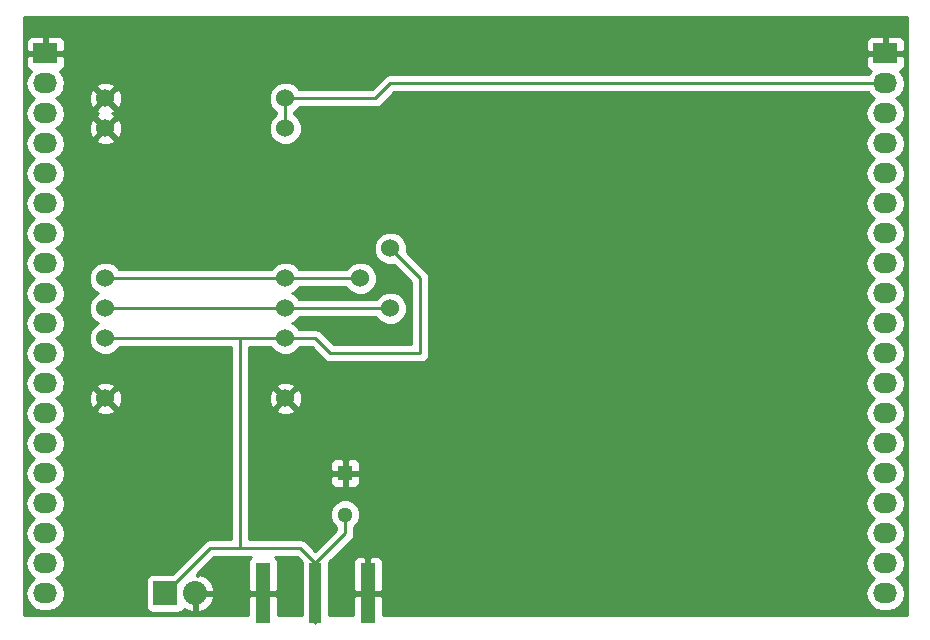
<source format=gbr>
G04 #@! TF.FileFunction,Copper,L1,Top,Signal*
%FSLAX46Y46*%
G04 Gerber Fmt 4.6, Leading zero omitted, Abs format (unit mm)*
G04 Created by KiCad (PCBNEW 4.0.3+e1-6302~38~ubuntu16.04.1-stable) date Fri Aug 26 17:08:26 2016*
%MOMM*%
%LPD*%
G01*
G04 APERTURE LIST*
%ADD10C,0.100000*%
%ADD11R,2.032000X2.032000*%
%ADD12O,2.032000X2.032000*%
%ADD13C,1.524000*%
%ADD14R,2.032000X1.727200*%
%ADD15O,2.032000X1.727200*%
%ADD16R,1.270000X5.080000*%
%ADD17R,1.016000X5.080000*%
%ADD18C,1.300000*%
%ADD19R,1.300000X1.300000*%
%ADD20C,0.250000*%
%ADD21C,0.254000*%
G04 APERTURE END LIST*
D10*
D11*
X69850000Y-100330000D03*
D12*
X72390000Y-100330000D03*
D13*
X86360000Y-73660000D03*
X88900000Y-71120000D03*
X88900000Y-76200000D03*
X64770000Y-58420000D03*
X64770000Y-60960000D03*
X64770000Y-73660000D03*
X64770000Y-76200000D03*
X64770000Y-78740000D03*
X64770000Y-83820000D03*
X80010000Y-83820000D03*
X80010000Y-78740000D03*
X80010000Y-76200000D03*
X80010000Y-73660000D03*
X80010000Y-60960000D03*
X80010000Y-58420000D03*
D14*
X130810000Y-54610000D03*
D15*
X130810000Y-57150000D03*
X130810000Y-59690000D03*
X130810000Y-62230000D03*
X130810000Y-64770000D03*
X130810000Y-67310000D03*
X130810000Y-69850000D03*
X130810000Y-72390000D03*
X130810000Y-74930000D03*
X130810000Y-77470000D03*
X130810000Y-80010000D03*
X130810000Y-82550000D03*
X130810000Y-85090000D03*
X130810000Y-87630000D03*
X130810000Y-90170000D03*
X130810000Y-92710000D03*
X130810000Y-95250000D03*
X130810000Y-97790000D03*
X130810000Y-100330000D03*
D14*
X59690000Y-54610000D03*
D15*
X59690000Y-57150000D03*
X59690000Y-59690000D03*
X59690000Y-62230000D03*
X59690000Y-64770000D03*
X59690000Y-67310000D03*
X59690000Y-69850000D03*
X59690000Y-72390000D03*
X59690000Y-74930000D03*
X59690000Y-77470000D03*
X59690000Y-80010000D03*
X59690000Y-82550000D03*
X59690000Y-85090000D03*
X59690000Y-87630000D03*
X59690000Y-90170000D03*
X59690000Y-92710000D03*
X59690000Y-95250000D03*
X59690000Y-97790000D03*
X59690000Y-100330000D03*
D16*
X78105000Y-100330000D03*
X86995000Y-100330000D03*
D17*
X82550000Y-100330000D03*
D18*
X85090000Y-93670000D03*
D19*
X85090000Y-90170000D03*
D20*
X80010000Y-58420000D02*
X87630000Y-58420000D01*
X88900000Y-57150000D02*
X130810000Y-57150000D01*
X87630000Y-58420000D02*
X88900000Y-57150000D01*
X80010000Y-60960000D02*
X80010000Y-58420000D01*
X80010000Y-73660000D02*
X86360000Y-73660000D01*
X64770000Y-73660000D02*
X80010000Y-73660000D01*
X80010000Y-76200000D02*
X88900000Y-76200000D01*
X64770000Y-76200000D02*
X80010000Y-76200000D01*
X82550000Y-100330000D02*
X82550000Y-97790000D01*
X82550000Y-97790000D02*
X85090000Y-95250000D01*
X85090000Y-95250000D02*
X85090000Y-93670000D01*
X76200000Y-96520000D02*
X76200000Y-78740000D01*
X69850000Y-100330000D02*
X73660000Y-96520000D01*
X81280000Y-96520000D02*
X82550000Y-97790000D01*
X76200000Y-96520000D02*
X81280000Y-96520000D01*
X73660000Y-96520000D02*
X76200000Y-96520000D01*
X82550000Y-102870000D02*
X82550000Y-100330000D01*
X88900000Y-71120000D02*
X91440000Y-73660000D01*
X82550000Y-78740000D02*
X80010000Y-78740000D01*
X83820000Y-80010000D02*
X82550000Y-78740000D01*
X91440000Y-80010000D02*
X83820000Y-80010000D01*
X91440000Y-73660000D02*
X91440000Y-80010000D01*
X64770000Y-78740000D02*
X76200000Y-78740000D01*
X76200000Y-78740000D02*
X80010000Y-78740000D01*
D21*
G36*
X132640000Y-102160000D02*
X88265000Y-102160000D01*
X88265000Y-100615750D01*
X88106250Y-100457000D01*
X87122000Y-100457000D01*
X87122000Y-100477000D01*
X86868000Y-100477000D01*
X86868000Y-100457000D01*
X85883750Y-100457000D01*
X85725000Y-100615750D01*
X85725000Y-102160000D01*
X83705440Y-102160000D01*
X83705440Y-97790000D01*
X83692670Y-97722132D01*
X83751112Y-97663690D01*
X85725000Y-97663690D01*
X85725000Y-100044250D01*
X85883750Y-100203000D01*
X86868000Y-100203000D01*
X86868000Y-97313750D01*
X87122000Y-97313750D01*
X87122000Y-100203000D01*
X88106250Y-100203000D01*
X88265000Y-100044250D01*
X88265000Y-97663690D01*
X88168327Y-97430301D01*
X87989698Y-97251673D01*
X87756309Y-97155000D01*
X87280750Y-97155000D01*
X87122000Y-97313750D01*
X86868000Y-97313750D01*
X86709250Y-97155000D01*
X86233691Y-97155000D01*
X86000302Y-97251673D01*
X85821673Y-97430301D01*
X85725000Y-97663690D01*
X83751112Y-97663690D01*
X85627401Y-95787401D01*
X85792148Y-95540840D01*
X85801746Y-95492586D01*
X85850000Y-95250000D01*
X85850000Y-94727006D01*
X86178735Y-94398845D01*
X86374777Y-93926724D01*
X86375223Y-93415519D01*
X86180005Y-92943057D01*
X85818845Y-92581265D01*
X85346724Y-92385223D01*
X84835519Y-92384777D01*
X84363057Y-92579995D01*
X84001265Y-92941155D01*
X83805223Y-93413276D01*
X83804777Y-93924481D01*
X83999995Y-94396943D01*
X84330000Y-94727525D01*
X84330000Y-94935198D01*
X82550000Y-96715198D01*
X81817401Y-95982599D01*
X81570839Y-95817852D01*
X81280000Y-95760000D01*
X76960000Y-95760000D01*
X76960000Y-90455750D01*
X83805000Y-90455750D01*
X83805000Y-90946309D01*
X83901673Y-91179698D01*
X84080301Y-91358327D01*
X84313690Y-91455000D01*
X84804250Y-91455000D01*
X84963000Y-91296250D01*
X84963000Y-90297000D01*
X85217000Y-90297000D01*
X85217000Y-91296250D01*
X85375750Y-91455000D01*
X85866310Y-91455000D01*
X86099699Y-91358327D01*
X86278327Y-91179698D01*
X86375000Y-90946309D01*
X86375000Y-90455750D01*
X86216250Y-90297000D01*
X85217000Y-90297000D01*
X84963000Y-90297000D01*
X83963750Y-90297000D01*
X83805000Y-90455750D01*
X76960000Y-90455750D01*
X76960000Y-89393691D01*
X83805000Y-89393691D01*
X83805000Y-89884250D01*
X83963750Y-90043000D01*
X84963000Y-90043000D01*
X84963000Y-89043750D01*
X85217000Y-89043750D01*
X85217000Y-90043000D01*
X86216250Y-90043000D01*
X86375000Y-89884250D01*
X86375000Y-89393691D01*
X86278327Y-89160302D01*
X86099699Y-88981673D01*
X85866310Y-88885000D01*
X85375750Y-88885000D01*
X85217000Y-89043750D01*
X84963000Y-89043750D01*
X84804250Y-88885000D01*
X84313690Y-88885000D01*
X84080301Y-88981673D01*
X83901673Y-89160302D01*
X83805000Y-89393691D01*
X76960000Y-89393691D01*
X76960000Y-84800213D01*
X79209392Y-84800213D01*
X79278857Y-85042397D01*
X79802302Y-85229144D01*
X80357368Y-85201362D01*
X80741143Y-85042397D01*
X80810608Y-84800213D01*
X80010000Y-83999605D01*
X79209392Y-84800213D01*
X76960000Y-84800213D01*
X76960000Y-83612302D01*
X78600856Y-83612302D01*
X78628638Y-84167368D01*
X78787603Y-84551143D01*
X79029787Y-84620608D01*
X79830395Y-83820000D01*
X80189605Y-83820000D01*
X80990213Y-84620608D01*
X81232397Y-84551143D01*
X81419144Y-84027698D01*
X81391362Y-83472632D01*
X81232397Y-83088857D01*
X80990213Y-83019392D01*
X80189605Y-83820000D01*
X79830395Y-83820000D01*
X79029787Y-83019392D01*
X78787603Y-83088857D01*
X78600856Y-83612302D01*
X76960000Y-83612302D01*
X76960000Y-82839787D01*
X79209392Y-82839787D01*
X80010000Y-83640395D01*
X80810608Y-82839787D01*
X80741143Y-82597603D01*
X80217698Y-82410856D01*
X79662632Y-82438638D01*
X79278857Y-82597603D01*
X79209392Y-82839787D01*
X76960000Y-82839787D01*
X76960000Y-79500000D01*
X78812469Y-79500000D01*
X78824990Y-79530303D01*
X79217630Y-79923629D01*
X79730900Y-80136757D01*
X80286661Y-80137242D01*
X80800303Y-79925010D01*
X81193629Y-79532370D01*
X81207070Y-79500000D01*
X82235198Y-79500000D01*
X83282599Y-80547401D01*
X83529160Y-80712148D01*
X83820000Y-80770000D01*
X91440000Y-80770000D01*
X91730839Y-80712148D01*
X91977401Y-80547401D01*
X92142148Y-80300839D01*
X92200000Y-80010000D01*
X92200000Y-73660000D01*
X92142148Y-73369161D01*
X92142148Y-73369160D01*
X91977401Y-73122599D01*
X90284183Y-71429381D01*
X90296757Y-71399100D01*
X90297242Y-70843339D01*
X90085010Y-70329697D01*
X89692370Y-69936371D01*
X89179100Y-69723243D01*
X88623339Y-69722758D01*
X88109697Y-69934990D01*
X87716371Y-70327630D01*
X87503243Y-70840900D01*
X87502758Y-71396661D01*
X87714990Y-71910303D01*
X88107630Y-72303629D01*
X88620900Y-72516757D01*
X89176661Y-72517242D01*
X89209055Y-72503857D01*
X90680000Y-73974802D01*
X90680000Y-79250000D01*
X84134802Y-79250000D01*
X83087401Y-78202599D01*
X82840839Y-78037852D01*
X82550000Y-77980000D01*
X81207531Y-77980000D01*
X81195010Y-77949697D01*
X80802370Y-77556371D01*
X80594488Y-77470051D01*
X80800303Y-77385010D01*
X81193629Y-76992370D01*
X81207070Y-76960000D01*
X87702469Y-76960000D01*
X87714990Y-76990303D01*
X88107630Y-77383629D01*
X88620900Y-77596757D01*
X89176661Y-77597242D01*
X89690303Y-77385010D01*
X90083629Y-76992370D01*
X90296757Y-76479100D01*
X90297242Y-75923339D01*
X90085010Y-75409697D01*
X89692370Y-75016371D01*
X89179100Y-74803243D01*
X88623339Y-74802758D01*
X88109697Y-75014990D01*
X87716371Y-75407630D01*
X87702930Y-75440000D01*
X81207531Y-75440000D01*
X81195010Y-75409697D01*
X80802370Y-75016371D01*
X80594488Y-74930051D01*
X80800303Y-74845010D01*
X81193629Y-74452370D01*
X81207070Y-74420000D01*
X85162469Y-74420000D01*
X85174990Y-74450303D01*
X85567630Y-74843629D01*
X86080900Y-75056757D01*
X86636661Y-75057242D01*
X87150303Y-74845010D01*
X87543629Y-74452370D01*
X87756757Y-73939100D01*
X87757242Y-73383339D01*
X87545010Y-72869697D01*
X87152370Y-72476371D01*
X86639100Y-72263243D01*
X86083339Y-72262758D01*
X85569697Y-72474990D01*
X85176371Y-72867630D01*
X85162930Y-72900000D01*
X81207531Y-72900000D01*
X81195010Y-72869697D01*
X80802370Y-72476371D01*
X80289100Y-72263243D01*
X79733339Y-72262758D01*
X79219697Y-72474990D01*
X78826371Y-72867630D01*
X78812930Y-72900000D01*
X65967531Y-72900000D01*
X65955010Y-72869697D01*
X65562370Y-72476371D01*
X65049100Y-72263243D01*
X64493339Y-72262758D01*
X63979697Y-72474990D01*
X63586371Y-72867630D01*
X63373243Y-73380900D01*
X63372758Y-73936661D01*
X63584990Y-74450303D01*
X63977630Y-74843629D01*
X64185512Y-74929949D01*
X63979697Y-75014990D01*
X63586371Y-75407630D01*
X63373243Y-75920900D01*
X63372758Y-76476661D01*
X63584990Y-76990303D01*
X63977630Y-77383629D01*
X64185512Y-77469949D01*
X63979697Y-77554990D01*
X63586371Y-77947630D01*
X63373243Y-78460900D01*
X63372758Y-79016661D01*
X63584990Y-79530303D01*
X63977630Y-79923629D01*
X64490900Y-80136757D01*
X65046661Y-80137242D01*
X65560303Y-79925010D01*
X65953629Y-79532370D01*
X65967070Y-79500000D01*
X75440000Y-79500000D01*
X75440000Y-95760000D01*
X73660000Y-95760000D01*
X73369161Y-95817852D01*
X73122599Y-95982599D01*
X70438638Y-98666560D01*
X68834000Y-98666560D01*
X68598683Y-98710838D01*
X68382559Y-98849910D01*
X68237569Y-99062110D01*
X68186560Y-99314000D01*
X68186560Y-101346000D01*
X68230838Y-101581317D01*
X68369910Y-101797441D01*
X68582110Y-101942431D01*
X68834000Y-101993440D01*
X70866000Y-101993440D01*
X71101317Y-101949162D01*
X71317441Y-101810090D01*
X71417856Y-101663128D01*
X71421621Y-101667188D01*
X72007054Y-101935983D01*
X72263000Y-101817367D01*
X72263000Y-100457000D01*
X72517000Y-100457000D01*
X72517000Y-101817367D01*
X72772946Y-101935983D01*
X73358379Y-101667188D01*
X73796385Y-101194818D01*
X73995975Y-100712944D01*
X73876836Y-100457000D01*
X72517000Y-100457000D01*
X72263000Y-100457000D01*
X72243000Y-100457000D01*
X72243000Y-100203000D01*
X72263000Y-100203000D01*
X72263000Y-100183000D01*
X72517000Y-100183000D01*
X72517000Y-100203000D01*
X73876836Y-100203000D01*
X73995975Y-99947056D01*
X73796385Y-99465182D01*
X73358379Y-98992812D01*
X72772946Y-98724017D01*
X72517002Y-98842632D01*
X72517002Y-98737800D01*
X73974802Y-97280000D01*
X77081975Y-97280000D01*
X76931673Y-97430301D01*
X76835000Y-97663690D01*
X76835000Y-100044250D01*
X76993750Y-100203000D01*
X77978000Y-100203000D01*
X77978000Y-100183000D01*
X78232000Y-100183000D01*
X78232000Y-100203000D01*
X79216250Y-100203000D01*
X79375000Y-100044250D01*
X79375000Y-97663690D01*
X79278327Y-97430301D01*
X79128025Y-97280000D01*
X80965198Y-97280000D01*
X81408140Y-97722942D01*
X81394560Y-97790000D01*
X81394560Y-102160000D01*
X79375000Y-102160000D01*
X79375000Y-100615750D01*
X79216250Y-100457000D01*
X78232000Y-100457000D01*
X78232000Y-100477000D01*
X77978000Y-100477000D01*
X77978000Y-100457000D01*
X76993750Y-100457000D01*
X76835000Y-100615750D01*
X76835000Y-102160000D01*
X57860000Y-102160000D01*
X57860000Y-57150000D01*
X58006655Y-57150000D01*
X58120729Y-57723489D01*
X58445585Y-58209670D01*
X58760366Y-58420000D01*
X58445585Y-58630330D01*
X58120729Y-59116511D01*
X58006655Y-59690000D01*
X58120729Y-60263489D01*
X58445585Y-60749670D01*
X58760366Y-60960000D01*
X58445585Y-61170330D01*
X58120729Y-61656511D01*
X58006655Y-62230000D01*
X58120729Y-62803489D01*
X58445585Y-63289670D01*
X58760366Y-63500000D01*
X58445585Y-63710330D01*
X58120729Y-64196511D01*
X58006655Y-64770000D01*
X58120729Y-65343489D01*
X58445585Y-65829670D01*
X58760366Y-66040000D01*
X58445585Y-66250330D01*
X58120729Y-66736511D01*
X58006655Y-67310000D01*
X58120729Y-67883489D01*
X58445585Y-68369670D01*
X58760366Y-68580000D01*
X58445585Y-68790330D01*
X58120729Y-69276511D01*
X58006655Y-69850000D01*
X58120729Y-70423489D01*
X58445585Y-70909670D01*
X58760366Y-71120000D01*
X58445585Y-71330330D01*
X58120729Y-71816511D01*
X58006655Y-72390000D01*
X58120729Y-72963489D01*
X58445585Y-73449670D01*
X58760366Y-73660000D01*
X58445585Y-73870330D01*
X58120729Y-74356511D01*
X58006655Y-74930000D01*
X58120729Y-75503489D01*
X58445585Y-75989670D01*
X58760366Y-76200000D01*
X58445585Y-76410330D01*
X58120729Y-76896511D01*
X58006655Y-77470000D01*
X58120729Y-78043489D01*
X58445585Y-78529670D01*
X58760366Y-78740000D01*
X58445585Y-78950330D01*
X58120729Y-79436511D01*
X58006655Y-80010000D01*
X58120729Y-80583489D01*
X58445585Y-81069670D01*
X58760366Y-81280000D01*
X58445585Y-81490330D01*
X58120729Y-81976511D01*
X58006655Y-82550000D01*
X58120729Y-83123489D01*
X58445585Y-83609670D01*
X58760366Y-83820000D01*
X58445585Y-84030330D01*
X58120729Y-84516511D01*
X58006655Y-85090000D01*
X58120729Y-85663489D01*
X58445585Y-86149670D01*
X58760366Y-86360000D01*
X58445585Y-86570330D01*
X58120729Y-87056511D01*
X58006655Y-87630000D01*
X58120729Y-88203489D01*
X58445585Y-88689670D01*
X58760366Y-88900000D01*
X58445585Y-89110330D01*
X58120729Y-89596511D01*
X58006655Y-90170000D01*
X58120729Y-90743489D01*
X58445585Y-91229670D01*
X58760366Y-91440000D01*
X58445585Y-91650330D01*
X58120729Y-92136511D01*
X58006655Y-92710000D01*
X58120729Y-93283489D01*
X58445585Y-93769670D01*
X58760366Y-93980000D01*
X58445585Y-94190330D01*
X58120729Y-94676511D01*
X58006655Y-95250000D01*
X58120729Y-95823489D01*
X58445585Y-96309670D01*
X58760366Y-96520000D01*
X58445585Y-96730330D01*
X58120729Y-97216511D01*
X58006655Y-97790000D01*
X58120729Y-98363489D01*
X58445585Y-98849670D01*
X58760366Y-99060000D01*
X58445585Y-99270330D01*
X58120729Y-99756511D01*
X58006655Y-100330000D01*
X58120729Y-100903489D01*
X58445585Y-101389670D01*
X58931766Y-101714526D01*
X59505255Y-101828600D01*
X59874745Y-101828600D01*
X60448234Y-101714526D01*
X60934415Y-101389670D01*
X61259271Y-100903489D01*
X61373345Y-100330000D01*
X61259271Y-99756511D01*
X60934415Y-99270330D01*
X60619634Y-99060000D01*
X60934415Y-98849670D01*
X61259271Y-98363489D01*
X61373345Y-97790000D01*
X61259271Y-97216511D01*
X60934415Y-96730330D01*
X60619634Y-96520000D01*
X60934415Y-96309670D01*
X61259271Y-95823489D01*
X61373345Y-95250000D01*
X61259271Y-94676511D01*
X60934415Y-94190330D01*
X60619634Y-93980000D01*
X60934415Y-93769670D01*
X61259271Y-93283489D01*
X61373345Y-92710000D01*
X61259271Y-92136511D01*
X60934415Y-91650330D01*
X60619634Y-91440000D01*
X60934415Y-91229670D01*
X61259271Y-90743489D01*
X61373345Y-90170000D01*
X61259271Y-89596511D01*
X60934415Y-89110330D01*
X60619634Y-88900000D01*
X60934415Y-88689670D01*
X61259271Y-88203489D01*
X61373345Y-87630000D01*
X61259271Y-87056511D01*
X60934415Y-86570330D01*
X60619634Y-86360000D01*
X60934415Y-86149670D01*
X61259271Y-85663489D01*
X61373345Y-85090000D01*
X61315703Y-84800213D01*
X63969392Y-84800213D01*
X64038857Y-85042397D01*
X64562302Y-85229144D01*
X65117368Y-85201362D01*
X65501143Y-85042397D01*
X65570608Y-84800213D01*
X64770000Y-83999605D01*
X63969392Y-84800213D01*
X61315703Y-84800213D01*
X61259271Y-84516511D01*
X60934415Y-84030330D01*
X60619634Y-83820000D01*
X60930475Y-83612302D01*
X63360856Y-83612302D01*
X63388638Y-84167368D01*
X63547603Y-84551143D01*
X63789787Y-84620608D01*
X64590395Y-83820000D01*
X64949605Y-83820000D01*
X65750213Y-84620608D01*
X65992397Y-84551143D01*
X66179144Y-84027698D01*
X66151362Y-83472632D01*
X65992397Y-83088857D01*
X65750213Y-83019392D01*
X64949605Y-83820000D01*
X64590395Y-83820000D01*
X63789787Y-83019392D01*
X63547603Y-83088857D01*
X63360856Y-83612302D01*
X60930475Y-83612302D01*
X60934415Y-83609670D01*
X61259271Y-83123489D01*
X61315702Y-82839787D01*
X63969392Y-82839787D01*
X64770000Y-83640395D01*
X65570608Y-82839787D01*
X65501143Y-82597603D01*
X64977698Y-82410856D01*
X64422632Y-82438638D01*
X64038857Y-82597603D01*
X63969392Y-82839787D01*
X61315702Y-82839787D01*
X61373345Y-82550000D01*
X61259271Y-81976511D01*
X60934415Y-81490330D01*
X60619634Y-81280000D01*
X60934415Y-81069670D01*
X61259271Y-80583489D01*
X61373345Y-80010000D01*
X61259271Y-79436511D01*
X60934415Y-78950330D01*
X60619634Y-78740000D01*
X60934415Y-78529670D01*
X61259271Y-78043489D01*
X61373345Y-77470000D01*
X61259271Y-76896511D01*
X60934415Y-76410330D01*
X60619634Y-76200000D01*
X60934415Y-75989670D01*
X61259271Y-75503489D01*
X61373345Y-74930000D01*
X61259271Y-74356511D01*
X60934415Y-73870330D01*
X60619634Y-73660000D01*
X60934415Y-73449670D01*
X61259271Y-72963489D01*
X61373345Y-72390000D01*
X61259271Y-71816511D01*
X60934415Y-71330330D01*
X60619634Y-71120000D01*
X60934415Y-70909670D01*
X61259271Y-70423489D01*
X61373345Y-69850000D01*
X61259271Y-69276511D01*
X60934415Y-68790330D01*
X60619634Y-68580000D01*
X60934415Y-68369670D01*
X61259271Y-67883489D01*
X61373345Y-67310000D01*
X61259271Y-66736511D01*
X60934415Y-66250330D01*
X60619634Y-66040000D01*
X60934415Y-65829670D01*
X61259271Y-65343489D01*
X61373345Y-64770000D01*
X61259271Y-64196511D01*
X60934415Y-63710330D01*
X60619634Y-63500000D01*
X60934415Y-63289670D01*
X61259271Y-62803489D01*
X61373345Y-62230000D01*
X61315703Y-61940213D01*
X63969392Y-61940213D01*
X64038857Y-62182397D01*
X64562302Y-62369144D01*
X65117368Y-62341362D01*
X65501143Y-62182397D01*
X65570608Y-61940213D01*
X64770000Y-61139605D01*
X63969392Y-61940213D01*
X61315703Y-61940213D01*
X61259271Y-61656511D01*
X60934415Y-61170330D01*
X60619634Y-60960000D01*
X60930475Y-60752302D01*
X63360856Y-60752302D01*
X63388638Y-61307368D01*
X63547603Y-61691143D01*
X63789787Y-61760608D01*
X64590395Y-60960000D01*
X64949605Y-60960000D01*
X65750213Y-61760608D01*
X65992397Y-61691143D01*
X66179144Y-61167698D01*
X66151362Y-60612632D01*
X65992397Y-60228857D01*
X65750213Y-60159392D01*
X64949605Y-60960000D01*
X64590395Y-60960000D01*
X63789787Y-60159392D01*
X63547603Y-60228857D01*
X63360856Y-60752302D01*
X60930475Y-60752302D01*
X60934415Y-60749670D01*
X61259271Y-60263489D01*
X61373345Y-59690000D01*
X61315703Y-59400213D01*
X63969392Y-59400213D01*
X64038857Y-59642397D01*
X64162344Y-59686453D01*
X64038857Y-59737603D01*
X63969392Y-59979787D01*
X64770000Y-60780395D01*
X65570608Y-59979787D01*
X65501143Y-59737603D01*
X65377656Y-59693547D01*
X65501143Y-59642397D01*
X65570608Y-59400213D01*
X64770000Y-58599605D01*
X63969392Y-59400213D01*
X61315703Y-59400213D01*
X61259271Y-59116511D01*
X60934415Y-58630330D01*
X60619634Y-58420000D01*
X60930475Y-58212302D01*
X63360856Y-58212302D01*
X63388638Y-58767368D01*
X63547603Y-59151143D01*
X63789787Y-59220608D01*
X64590395Y-58420000D01*
X64949605Y-58420000D01*
X65750213Y-59220608D01*
X65992397Y-59151143D01*
X66154540Y-58696661D01*
X78612758Y-58696661D01*
X78824990Y-59210303D01*
X79217630Y-59603629D01*
X79250000Y-59617070D01*
X79250000Y-59762469D01*
X79219697Y-59774990D01*
X78826371Y-60167630D01*
X78613243Y-60680900D01*
X78612758Y-61236661D01*
X78824990Y-61750303D01*
X79217630Y-62143629D01*
X79730900Y-62356757D01*
X80286661Y-62357242D01*
X80800303Y-62145010D01*
X81193629Y-61752370D01*
X81406757Y-61239100D01*
X81407242Y-60683339D01*
X81195010Y-60169697D01*
X80802370Y-59776371D01*
X80770000Y-59762930D01*
X80770000Y-59617531D01*
X80800303Y-59605010D01*
X81193629Y-59212370D01*
X81207070Y-59180000D01*
X87630000Y-59180000D01*
X87920839Y-59122148D01*
X88167401Y-58957401D01*
X89214802Y-57910000D01*
X129365352Y-57910000D01*
X129565585Y-58209670D01*
X129880366Y-58420000D01*
X129565585Y-58630330D01*
X129240729Y-59116511D01*
X129126655Y-59690000D01*
X129240729Y-60263489D01*
X129565585Y-60749670D01*
X129880366Y-60960000D01*
X129565585Y-61170330D01*
X129240729Y-61656511D01*
X129126655Y-62230000D01*
X129240729Y-62803489D01*
X129565585Y-63289670D01*
X129880366Y-63500000D01*
X129565585Y-63710330D01*
X129240729Y-64196511D01*
X129126655Y-64770000D01*
X129240729Y-65343489D01*
X129565585Y-65829670D01*
X129880366Y-66040000D01*
X129565585Y-66250330D01*
X129240729Y-66736511D01*
X129126655Y-67310000D01*
X129240729Y-67883489D01*
X129565585Y-68369670D01*
X129880366Y-68580000D01*
X129565585Y-68790330D01*
X129240729Y-69276511D01*
X129126655Y-69850000D01*
X129240729Y-70423489D01*
X129565585Y-70909670D01*
X129880366Y-71120000D01*
X129565585Y-71330330D01*
X129240729Y-71816511D01*
X129126655Y-72390000D01*
X129240729Y-72963489D01*
X129565585Y-73449670D01*
X129880366Y-73660000D01*
X129565585Y-73870330D01*
X129240729Y-74356511D01*
X129126655Y-74930000D01*
X129240729Y-75503489D01*
X129565585Y-75989670D01*
X129880366Y-76200000D01*
X129565585Y-76410330D01*
X129240729Y-76896511D01*
X129126655Y-77470000D01*
X129240729Y-78043489D01*
X129565585Y-78529670D01*
X129880366Y-78740000D01*
X129565585Y-78950330D01*
X129240729Y-79436511D01*
X129126655Y-80010000D01*
X129240729Y-80583489D01*
X129565585Y-81069670D01*
X129880366Y-81280000D01*
X129565585Y-81490330D01*
X129240729Y-81976511D01*
X129126655Y-82550000D01*
X129240729Y-83123489D01*
X129565585Y-83609670D01*
X129880366Y-83820000D01*
X129565585Y-84030330D01*
X129240729Y-84516511D01*
X129126655Y-85090000D01*
X129240729Y-85663489D01*
X129565585Y-86149670D01*
X129880366Y-86360000D01*
X129565585Y-86570330D01*
X129240729Y-87056511D01*
X129126655Y-87630000D01*
X129240729Y-88203489D01*
X129565585Y-88689670D01*
X129880366Y-88900000D01*
X129565585Y-89110330D01*
X129240729Y-89596511D01*
X129126655Y-90170000D01*
X129240729Y-90743489D01*
X129565585Y-91229670D01*
X129880366Y-91440000D01*
X129565585Y-91650330D01*
X129240729Y-92136511D01*
X129126655Y-92710000D01*
X129240729Y-93283489D01*
X129565585Y-93769670D01*
X129880366Y-93980000D01*
X129565585Y-94190330D01*
X129240729Y-94676511D01*
X129126655Y-95250000D01*
X129240729Y-95823489D01*
X129565585Y-96309670D01*
X129880366Y-96520000D01*
X129565585Y-96730330D01*
X129240729Y-97216511D01*
X129126655Y-97790000D01*
X129240729Y-98363489D01*
X129565585Y-98849670D01*
X129880366Y-99060000D01*
X129565585Y-99270330D01*
X129240729Y-99756511D01*
X129126655Y-100330000D01*
X129240729Y-100903489D01*
X129565585Y-101389670D01*
X130051766Y-101714526D01*
X130625255Y-101828600D01*
X130994745Y-101828600D01*
X131568234Y-101714526D01*
X132054415Y-101389670D01*
X132379271Y-100903489D01*
X132493345Y-100330000D01*
X132379271Y-99756511D01*
X132054415Y-99270330D01*
X131739634Y-99060000D01*
X132054415Y-98849670D01*
X132379271Y-98363489D01*
X132493345Y-97790000D01*
X132379271Y-97216511D01*
X132054415Y-96730330D01*
X131739634Y-96520000D01*
X132054415Y-96309670D01*
X132379271Y-95823489D01*
X132493345Y-95250000D01*
X132379271Y-94676511D01*
X132054415Y-94190330D01*
X131739634Y-93980000D01*
X132054415Y-93769670D01*
X132379271Y-93283489D01*
X132493345Y-92710000D01*
X132379271Y-92136511D01*
X132054415Y-91650330D01*
X131739634Y-91440000D01*
X132054415Y-91229670D01*
X132379271Y-90743489D01*
X132493345Y-90170000D01*
X132379271Y-89596511D01*
X132054415Y-89110330D01*
X131739634Y-88900000D01*
X132054415Y-88689670D01*
X132379271Y-88203489D01*
X132493345Y-87630000D01*
X132379271Y-87056511D01*
X132054415Y-86570330D01*
X131739634Y-86360000D01*
X132054415Y-86149670D01*
X132379271Y-85663489D01*
X132493345Y-85090000D01*
X132379271Y-84516511D01*
X132054415Y-84030330D01*
X131739634Y-83820000D01*
X132054415Y-83609670D01*
X132379271Y-83123489D01*
X132493345Y-82550000D01*
X132379271Y-81976511D01*
X132054415Y-81490330D01*
X131739634Y-81280000D01*
X132054415Y-81069670D01*
X132379271Y-80583489D01*
X132493345Y-80010000D01*
X132379271Y-79436511D01*
X132054415Y-78950330D01*
X131739634Y-78740000D01*
X132054415Y-78529670D01*
X132379271Y-78043489D01*
X132493345Y-77470000D01*
X132379271Y-76896511D01*
X132054415Y-76410330D01*
X131739634Y-76200000D01*
X132054415Y-75989670D01*
X132379271Y-75503489D01*
X132493345Y-74930000D01*
X132379271Y-74356511D01*
X132054415Y-73870330D01*
X131739634Y-73660000D01*
X132054415Y-73449670D01*
X132379271Y-72963489D01*
X132493345Y-72390000D01*
X132379271Y-71816511D01*
X132054415Y-71330330D01*
X131739634Y-71120000D01*
X132054415Y-70909670D01*
X132379271Y-70423489D01*
X132493345Y-69850000D01*
X132379271Y-69276511D01*
X132054415Y-68790330D01*
X131739634Y-68580000D01*
X132054415Y-68369670D01*
X132379271Y-67883489D01*
X132493345Y-67310000D01*
X132379271Y-66736511D01*
X132054415Y-66250330D01*
X131739634Y-66040000D01*
X132054415Y-65829670D01*
X132379271Y-65343489D01*
X132493345Y-64770000D01*
X132379271Y-64196511D01*
X132054415Y-63710330D01*
X131739634Y-63500000D01*
X132054415Y-63289670D01*
X132379271Y-62803489D01*
X132493345Y-62230000D01*
X132379271Y-61656511D01*
X132054415Y-61170330D01*
X131739634Y-60960000D01*
X132054415Y-60749670D01*
X132379271Y-60263489D01*
X132493345Y-59690000D01*
X132379271Y-59116511D01*
X132054415Y-58630330D01*
X131739634Y-58420000D01*
X132054415Y-58209670D01*
X132379271Y-57723489D01*
X132493345Y-57150000D01*
X132379271Y-56576511D01*
X132054415Y-56090330D01*
X132032220Y-56075500D01*
X132185699Y-56011927D01*
X132364327Y-55833298D01*
X132461000Y-55599909D01*
X132461000Y-54895750D01*
X132302250Y-54737000D01*
X130937000Y-54737000D01*
X130937000Y-54757000D01*
X130683000Y-54757000D01*
X130683000Y-54737000D01*
X129317750Y-54737000D01*
X129159000Y-54895750D01*
X129159000Y-55599909D01*
X129255673Y-55833298D01*
X129434301Y-56011927D01*
X129587780Y-56075500D01*
X129565585Y-56090330D01*
X129365352Y-56390000D01*
X88900000Y-56390000D01*
X88609160Y-56447852D01*
X88362599Y-56612599D01*
X87315198Y-57660000D01*
X81207531Y-57660000D01*
X81195010Y-57629697D01*
X80802370Y-57236371D01*
X80289100Y-57023243D01*
X79733339Y-57022758D01*
X79219697Y-57234990D01*
X78826371Y-57627630D01*
X78613243Y-58140900D01*
X78612758Y-58696661D01*
X66154540Y-58696661D01*
X66179144Y-58627698D01*
X66151362Y-58072632D01*
X65992397Y-57688857D01*
X65750213Y-57619392D01*
X64949605Y-58420000D01*
X64590395Y-58420000D01*
X63789787Y-57619392D01*
X63547603Y-57688857D01*
X63360856Y-58212302D01*
X60930475Y-58212302D01*
X60934415Y-58209670D01*
X61259271Y-57723489D01*
X61315702Y-57439787D01*
X63969392Y-57439787D01*
X64770000Y-58240395D01*
X65570608Y-57439787D01*
X65501143Y-57197603D01*
X64977698Y-57010856D01*
X64422632Y-57038638D01*
X64038857Y-57197603D01*
X63969392Y-57439787D01*
X61315702Y-57439787D01*
X61373345Y-57150000D01*
X61259271Y-56576511D01*
X60934415Y-56090330D01*
X60912220Y-56075500D01*
X61065699Y-56011927D01*
X61244327Y-55833298D01*
X61341000Y-55599909D01*
X61341000Y-54895750D01*
X61182250Y-54737000D01*
X59817000Y-54737000D01*
X59817000Y-54757000D01*
X59563000Y-54757000D01*
X59563000Y-54737000D01*
X58197750Y-54737000D01*
X58039000Y-54895750D01*
X58039000Y-55599909D01*
X58135673Y-55833298D01*
X58314301Y-56011927D01*
X58467780Y-56075500D01*
X58445585Y-56090330D01*
X58120729Y-56576511D01*
X58006655Y-57150000D01*
X57860000Y-57150000D01*
X57860000Y-53620091D01*
X58039000Y-53620091D01*
X58039000Y-54324250D01*
X58197750Y-54483000D01*
X59563000Y-54483000D01*
X59563000Y-53270150D01*
X59817000Y-53270150D01*
X59817000Y-54483000D01*
X61182250Y-54483000D01*
X61341000Y-54324250D01*
X61341000Y-53620091D01*
X129159000Y-53620091D01*
X129159000Y-54324250D01*
X129317750Y-54483000D01*
X130683000Y-54483000D01*
X130683000Y-53270150D01*
X130937000Y-53270150D01*
X130937000Y-54483000D01*
X132302250Y-54483000D01*
X132461000Y-54324250D01*
X132461000Y-53620091D01*
X132364327Y-53386702D01*
X132185699Y-53208073D01*
X131952310Y-53111400D01*
X131095750Y-53111400D01*
X130937000Y-53270150D01*
X130683000Y-53270150D01*
X130524250Y-53111400D01*
X129667690Y-53111400D01*
X129434301Y-53208073D01*
X129255673Y-53386702D01*
X129159000Y-53620091D01*
X61341000Y-53620091D01*
X61244327Y-53386702D01*
X61065699Y-53208073D01*
X60832310Y-53111400D01*
X59975750Y-53111400D01*
X59817000Y-53270150D01*
X59563000Y-53270150D01*
X59404250Y-53111400D01*
X58547690Y-53111400D01*
X58314301Y-53208073D01*
X58135673Y-53386702D01*
X58039000Y-53620091D01*
X57860000Y-53620091D01*
X57860000Y-51510000D01*
X132640000Y-51510000D01*
X132640000Y-102160000D01*
X132640000Y-102160000D01*
G37*
X132640000Y-102160000D02*
X88265000Y-102160000D01*
X88265000Y-100615750D01*
X88106250Y-100457000D01*
X87122000Y-100457000D01*
X87122000Y-100477000D01*
X86868000Y-100477000D01*
X86868000Y-100457000D01*
X85883750Y-100457000D01*
X85725000Y-100615750D01*
X85725000Y-102160000D01*
X83705440Y-102160000D01*
X83705440Y-97790000D01*
X83692670Y-97722132D01*
X83751112Y-97663690D01*
X85725000Y-97663690D01*
X85725000Y-100044250D01*
X85883750Y-100203000D01*
X86868000Y-100203000D01*
X86868000Y-97313750D01*
X87122000Y-97313750D01*
X87122000Y-100203000D01*
X88106250Y-100203000D01*
X88265000Y-100044250D01*
X88265000Y-97663690D01*
X88168327Y-97430301D01*
X87989698Y-97251673D01*
X87756309Y-97155000D01*
X87280750Y-97155000D01*
X87122000Y-97313750D01*
X86868000Y-97313750D01*
X86709250Y-97155000D01*
X86233691Y-97155000D01*
X86000302Y-97251673D01*
X85821673Y-97430301D01*
X85725000Y-97663690D01*
X83751112Y-97663690D01*
X85627401Y-95787401D01*
X85792148Y-95540840D01*
X85801746Y-95492586D01*
X85850000Y-95250000D01*
X85850000Y-94727006D01*
X86178735Y-94398845D01*
X86374777Y-93926724D01*
X86375223Y-93415519D01*
X86180005Y-92943057D01*
X85818845Y-92581265D01*
X85346724Y-92385223D01*
X84835519Y-92384777D01*
X84363057Y-92579995D01*
X84001265Y-92941155D01*
X83805223Y-93413276D01*
X83804777Y-93924481D01*
X83999995Y-94396943D01*
X84330000Y-94727525D01*
X84330000Y-94935198D01*
X82550000Y-96715198D01*
X81817401Y-95982599D01*
X81570839Y-95817852D01*
X81280000Y-95760000D01*
X76960000Y-95760000D01*
X76960000Y-90455750D01*
X83805000Y-90455750D01*
X83805000Y-90946309D01*
X83901673Y-91179698D01*
X84080301Y-91358327D01*
X84313690Y-91455000D01*
X84804250Y-91455000D01*
X84963000Y-91296250D01*
X84963000Y-90297000D01*
X85217000Y-90297000D01*
X85217000Y-91296250D01*
X85375750Y-91455000D01*
X85866310Y-91455000D01*
X86099699Y-91358327D01*
X86278327Y-91179698D01*
X86375000Y-90946309D01*
X86375000Y-90455750D01*
X86216250Y-90297000D01*
X85217000Y-90297000D01*
X84963000Y-90297000D01*
X83963750Y-90297000D01*
X83805000Y-90455750D01*
X76960000Y-90455750D01*
X76960000Y-89393691D01*
X83805000Y-89393691D01*
X83805000Y-89884250D01*
X83963750Y-90043000D01*
X84963000Y-90043000D01*
X84963000Y-89043750D01*
X85217000Y-89043750D01*
X85217000Y-90043000D01*
X86216250Y-90043000D01*
X86375000Y-89884250D01*
X86375000Y-89393691D01*
X86278327Y-89160302D01*
X86099699Y-88981673D01*
X85866310Y-88885000D01*
X85375750Y-88885000D01*
X85217000Y-89043750D01*
X84963000Y-89043750D01*
X84804250Y-88885000D01*
X84313690Y-88885000D01*
X84080301Y-88981673D01*
X83901673Y-89160302D01*
X83805000Y-89393691D01*
X76960000Y-89393691D01*
X76960000Y-84800213D01*
X79209392Y-84800213D01*
X79278857Y-85042397D01*
X79802302Y-85229144D01*
X80357368Y-85201362D01*
X80741143Y-85042397D01*
X80810608Y-84800213D01*
X80010000Y-83999605D01*
X79209392Y-84800213D01*
X76960000Y-84800213D01*
X76960000Y-83612302D01*
X78600856Y-83612302D01*
X78628638Y-84167368D01*
X78787603Y-84551143D01*
X79029787Y-84620608D01*
X79830395Y-83820000D01*
X80189605Y-83820000D01*
X80990213Y-84620608D01*
X81232397Y-84551143D01*
X81419144Y-84027698D01*
X81391362Y-83472632D01*
X81232397Y-83088857D01*
X80990213Y-83019392D01*
X80189605Y-83820000D01*
X79830395Y-83820000D01*
X79029787Y-83019392D01*
X78787603Y-83088857D01*
X78600856Y-83612302D01*
X76960000Y-83612302D01*
X76960000Y-82839787D01*
X79209392Y-82839787D01*
X80010000Y-83640395D01*
X80810608Y-82839787D01*
X80741143Y-82597603D01*
X80217698Y-82410856D01*
X79662632Y-82438638D01*
X79278857Y-82597603D01*
X79209392Y-82839787D01*
X76960000Y-82839787D01*
X76960000Y-79500000D01*
X78812469Y-79500000D01*
X78824990Y-79530303D01*
X79217630Y-79923629D01*
X79730900Y-80136757D01*
X80286661Y-80137242D01*
X80800303Y-79925010D01*
X81193629Y-79532370D01*
X81207070Y-79500000D01*
X82235198Y-79500000D01*
X83282599Y-80547401D01*
X83529160Y-80712148D01*
X83820000Y-80770000D01*
X91440000Y-80770000D01*
X91730839Y-80712148D01*
X91977401Y-80547401D01*
X92142148Y-80300839D01*
X92200000Y-80010000D01*
X92200000Y-73660000D01*
X92142148Y-73369161D01*
X92142148Y-73369160D01*
X91977401Y-73122599D01*
X90284183Y-71429381D01*
X90296757Y-71399100D01*
X90297242Y-70843339D01*
X90085010Y-70329697D01*
X89692370Y-69936371D01*
X89179100Y-69723243D01*
X88623339Y-69722758D01*
X88109697Y-69934990D01*
X87716371Y-70327630D01*
X87503243Y-70840900D01*
X87502758Y-71396661D01*
X87714990Y-71910303D01*
X88107630Y-72303629D01*
X88620900Y-72516757D01*
X89176661Y-72517242D01*
X89209055Y-72503857D01*
X90680000Y-73974802D01*
X90680000Y-79250000D01*
X84134802Y-79250000D01*
X83087401Y-78202599D01*
X82840839Y-78037852D01*
X82550000Y-77980000D01*
X81207531Y-77980000D01*
X81195010Y-77949697D01*
X80802370Y-77556371D01*
X80594488Y-77470051D01*
X80800303Y-77385010D01*
X81193629Y-76992370D01*
X81207070Y-76960000D01*
X87702469Y-76960000D01*
X87714990Y-76990303D01*
X88107630Y-77383629D01*
X88620900Y-77596757D01*
X89176661Y-77597242D01*
X89690303Y-77385010D01*
X90083629Y-76992370D01*
X90296757Y-76479100D01*
X90297242Y-75923339D01*
X90085010Y-75409697D01*
X89692370Y-75016371D01*
X89179100Y-74803243D01*
X88623339Y-74802758D01*
X88109697Y-75014990D01*
X87716371Y-75407630D01*
X87702930Y-75440000D01*
X81207531Y-75440000D01*
X81195010Y-75409697D01*
X80802370Y-75016371D01*
X80594488Y-74930051D01*
X80800303Y-74845010D01*
X81193629Y-74452370D01*
X81207070Y-74420000D01*
X85162469Y-74420000D01*
X85174990Y-74450303D01*
X85567630Y-74843629D01*
X86080900Y-75056757D01*
X86636661Y-75057242D01*
X87150303Y-74845010D01*
X87543629Y-74452370D01*
X87756757Y-73939100D01*
X87757242Y-73383339D01*
X87545010Y-72869697D01*
X87152370Y-72476371D01*
X86639100Y-72263243D01*
X86083339Y-72262758D01*
X85569697Y-72474990D01*
X85176371Y-72867630D01*
X85162930Y-72900000D01*
X81207531Y-72900000D01*
X81195010Y-72869697D01*
X80802370Y-72476371D01*
X80289100Y-72263243D01*
X79733339Y-72262758D01*
X79219697Y-72474990D01*
X78826371Y-72867630D01*
X78812930Y-72900000D01*
X65967531Y-72900000D01*
X65955010Y-72869697D01*
X65562370Y-72476371D01*
X65049100Y-72263243D01*
X64493339Y-72262758D01*
X63979697Y-72474990D01*
X63586371Y-72867630D01*
X63373243Y-73380900D01*
X63372758Y-73936661D01*
X63584990Y-74450303D01*
X63977630Y-74843629D01*
X64185512Y-74929949D01*
X63979697Y-75014990D01*
X63586371Y-75407630D01*
X63373243Y-75920900D01*
X63372758Y-76476661D01*
X63584990Y-76990303D01*
X63977630Y-77383629D01*
X64185512Y-77469949D01*
X63979697Y-77554990D01*
X63586371Y-77947630D01*
X63373243Y-78460900D01*
X63372758Y-79016661D01*
X63584990Y-79530303D01*
X63977630Y-79923629D01*
X64490900Y-80136757D01*
X65046661Y-80137242D01*
X65560303Y-79925010D01*
X65953629Y-79532370D01*
X65967070Y-79500000D01*
X75440000Y-79500000D01*
X75440000Y-95760000D01*
X73660000Y-95760000D01*
X73369161Y-95817852D01*
X73122599Y-95982599D01*
X70438638Y-98666560D01*
X68834000Y-98666560D01*
X68598683Y-98710838D01*
X68382559Y-98849910D01*
X68237569Y-99062110D01*
X68186560Y-99314000D01*
X68186560Y-101346000D01*
X68230838Y-101581317D01*
X68369910Y-101797441D01*
X68582110Y-101942431D01*
X68834000Y-101993440D01*
X70866000Y-101993440D01*
X71101317Y-101949162D01*
X71317441Y-101810090D01*
X71417856Y-101663128D01*
X71421621Y-101667188D01*
X72007054Y-101935983D01*
X72263000Y-101817367D01*
X72263000Y-100457000D01*
X72517000Y-100457000D01*
X72517000Y-101817367D01*
X72772946Y-101935983D01*
X73358379Y-101667188D01*
X73796385Y-101194818D01*
X73995975Y-100712944D01*
X73876836Y-100457000D01*
X72517000Y-100457000D01*
X72263000Y-100457000D01*
X72243000Y-100457000D01*
X72243000Y-100203000D01*
X72263000Y-100203000D01*
X72263000Y-100183000D01*
X72517000Y-100183000D01*
X72517000Y-100203000D01*
X73876836Y-100203000D01*
X73995975Y-99947056D01*
X73796385Y-99465182D01*
X73358379Y-98992812D01*
X72772946Y-98724017D01*
X72517002Y-98842632D01*
X72517002Y-98737800D01*
X73974802Y-97280000D01*
X77081975Y-97280000D01*
X76931673Y-97430301D01*
X76835000Y-97663690D01*
X76835000Y-100044250D01*
X76993750Y-100203000D01*
X77978000Y-100203000D01*
X77978000Y-100183000D01*
X78232000Y-100183000D01*
X78232000Y-100203000D01*
X79216250Y-100203000D01*
X79375000Y-100044250D01*
X79375000Y-97663690D01*
X79278327Y-97430301D01*
X79128025Y-97280000D01*
X80965198Y-97280000D01*
X81408140Y-97722942D01*
X81394560Y-97790000D01*
X81394560Y-102160000D01*
X79375000Y-102160000D01*
X79375000Y-100615750D01*
X79216250Y-100457000D01*
X78232000Y-100457000D01*
X78232000Y-100477000D01*
X77978000Y-100477000D01*
X77978000Y-100457000D01*
X76993750Y-100457000D01*
X76835000Y-100615750D01*
X76835000Y-102160000D01*
X57860000Y-102160000D01*
X57860000Y-57150000D01*
X58006655Y-57150000D01*
X58120729Y-57723489D01*
X58445585Y-58209670D01*
X58760366Y-58420000D01*
X58445585Y-58630330D01*
X58120729Y-59116511D01*
X58006655Y-59690000D01*
X58120729Y-60263489D01*
X58445585Y-60749670D01*
X58760366Y-60960000D01*
X58445585Y-61170330D01*
X58120729Y-61656511D01*
X58006655Y-62230000D01*
X58120729Y-62803489D01*
X58445585Y-63289670D01*
X58760366Y-63500000D01*
X58445585Y-63710330D01*
X58120729Y-64196511D01*
X58006655Y-64770000D01*
X58120729Y-65343489D01*
X58445585Y-65829670D01*
X58760366Y-66040000D01*
X58445585Y-66250330D01*
X58120729Y-66736511D01*
X58006655Y-67310000D01*
X58120729Y-67883489D01*
X58445585Y-68369670D01*
X58760366Y-68580000D01*
X58445585Y-68790330D01*
X58120729Y-69276511D01*
X58006655Y-69850000D01*
X58120729Y-70423489D01*
X58445585Y-70909670D01*
X58760366Y-71120000D01*
X58445585Y-71330330D01*
X58120729Y-71816511D01*
X58006655Y-72390000D01*
X58120729Y-72963489D01*
X58445585Y-73449670D01*
X58760366Y-73660000D01*
X58445585Y-73870330D01*
X58120729Y-74356511D01*
X58006655Y-74930000D01*
X58120729Y-75503489D01*
X58445585Y-75989670D01*
X58760366Y-76200000D01*
X58445585Y-76410330D01*
X58120729Y-76896511D01*
X58006655Y-77470000D01*
X58120729Y-78043489D01*
X58445585Y-78529670D01*
X58760366Y-78740000D01*
X58445585Y-78950330D01*
X58120729Y-79436511D01*
X58006655Y-80010000D01*
X58120729Y-80583489D01*
X58445585Y-81069670D01*
X58760366Y-81280000D01*
X58445585Y-81490330D01*
X58120729Y-81976511D01*
X58006655Y-82550000D01*
X58120729Y-83123489D01*
X58445585Y-83609670D01*
X58760366Y-83820000D01*
X58445585Y-84030330D01*
X58120729Y-84516511D01*
X58006655Y-85090000D01*
X58120729Y-85663489D01*
X58445585Y-86149670D01*
X58760366Y-86360000D01*
X58445585Y-86570330D01*
X58120729Y-87056511D01*
X58006655Y-87630000D01*
X58120729Y-88203489D01*
X58445585Y-88689670D01*
X58760366Y-88900000D01*
X58445585Y-89110330D01*
X58120729Y-89596511D01*
X58006655Y-90170000D01*
X58120729Y-90743489D01*
X58445585Y-91229670D01*
X58760366Y-91440000D01*
X58445585Y-91650330D01*
X58120729Y-92136511D01*
X58006655Y-92710000D01*
X58120729Y-93283489D01*
X58445585Y-93769670D01*
X58760366Y-93980000D01*
X58445585Y-94190330D01*
X58120729Y-94676511D01*
X58006655Y-95250000D01*
X58120729Y-95823489D01*
X58445585Y-96309670D01*
X58760366Y-96520000D01*
X58445585Y-96730330D01*
X58120729Y-97216511D01*
X58006655Y-97790000D01*
X58120729Y-98363489D01*
X58445585Y-98849670D01*
X58760366Y-99060000D01*
X58445585Y-99270330D01*
X58120729Y-99756511D01*
X58006655Y-100330000D01*
X58120729Y-100903489D01*
X58445585Y-101389670D01*
X58931766Y-101714526D01*
X59505255Y-101828600D01*
X59874745Y-101828600D01*
X60448234Y-101714526D01*
X60934415Y-101389670D01*
X61259271Y-100903489D01*
X61373345Y-100330000D01*
X61259271Y-99756511D01*
X60934415Y-99270330D01*
X60619634Y-99060000D01*
X60934415Y-98849670D01*
X61259271Y-98363489D01*
X61373345Y-97790000D01*
X61259271Y-97216511D01*
X60934415Y-96730330D01*
X60619634Y-96520000D01*
X60934415Y-96309670D01*
X61259271Y-95823489D01*
X61373345Y-95250000D01*
X61259271Y-94676511D01*
X60934415Y-94190330D01*
X60619634Y-93980000D01*
X60934415Y-93769670D01*
X61259271Y-93283489D01*
X61373345Y-92710000D01*
X61259271Y-92136511D01*
X60934415Y-91650330D01*
X60619634Y-91440000D01*
X60934415Y-91229670D01*
X61259271Y-90743489D01*
X61373345Y-90170000D01*
X61259271Y-89596511D01*
X60934415Y-89110330D01*
X60619634Y-88900000D01*
X60934415Y-88689670D01*
X61259271Y-88203489D01*
X61373345Y-87630000D01*
X61259271Y-87056511D01*
X60934415Y-86570330D01*
X60619634Y-86360000D01*
X60934415Y-86149670D01*
X61259271Y-85663489D01*
X61373345Y-85090000D01*
X61315703Y-84800213D01*
X63969392Y-84800213D01*
X64038857Y-85042397D01*
X64562302Y-85229144D01*
X65117368Y-85201362D01*
X65501143Y-85042397D01*
X65570608Y-84800213D01*
X64770000Y-83999605D01*
X63969392Y-84800213D01*
X61315703Y-84800213D01*
X61259271Y-84516511D01*
X60934415Y-84030330D01*
X60619634Y-83820000D01*
X60930475Y-83612302D01*
X63360856Y-83612302D01*
X63388638Y-84167368D01*
X63547603Y-84551143D01*
X63789787Y-84620608D01*
X64590395Y-83820000D01*
X64949605Y-83820000D01*
X65750213Y-84620608D01*
X65992397Y-84551143D01*
X66179144Y-84027698D01*
X66151362Y-83472632D01*
X65992397Y-83088857D01*
X65750213Y-83019392D01*
X64949605Y-83820000D01*
X64590395Y-83820000D01*
X63789787Y-83019392D01*
X63547603Y-83088857D01*
X63360856Y-83612302D01*
X60930475Y-83612302D01*
X60934415Y-83609670D01*
X61259271Y-83123489D01*
X61315702Y-82839787D01*
X63969392Y-82839787D01*
X64770000Y-83640395D01*
X65570608Y-82839787D01*
X65501143Y-82597603D01*
X64977698Y-82410856D01*
X64422632Y-82438638D01*
X64038857Y-82597603D01*
X63969392Y-82839787D01*
X61315702Y-82839787D01*
X61373345Y-82550000D01*
X61259271Y-81976511D01*
X60934415Y-81490330D01*
X60619634Y-81280000D01*
X60934415Y-81069670D01*
X61259271Y-80583489D01*
X61373345Y-80010000D01*
X61259271Y-79436511D01*
X60934415Y-78950330D01*
X60619634Y-78740000D01*
X60934415Y-78529670D01*
X61259271Y-78043489D01*
X61373345Y-77470000D01*
X61259271Y-76896511D01*
X60934415Y-76410330D01*
X60619634Y-76200000D01*
X60934415Y-75989670D01*
X61259271Y-75503489D01*
X61373345Y-74930000D01*
X61259271Y-74356511D01*
X60934415Y-73870330D01*
X60619634Y-73660000D01*
X60934415Y-73449670D01*
X61259271Y-72963489D01*
X61373345Y-72390000D01*
X61259271Y-71816511D01*
X60934415Y-71330330D01*
X60619634Y-71120000D01*
X60934415Y-70909670D01*
X61259271Y-70423489D01*
X61373345Y-69850000D01*
X61259271Y-69276511D01*
X60934415Y-68790330D01*
X60619634Y-68580000D01*
X60934415Y-68369670D01*
X61259271Y-67883489D01*
X61373345Y-67310000D01*
X61259271Y-66736511D01*
X60934415Y-66250330D01*
X60619634Y-66040000D01*
X60934415Y-65829670D01*
X61259271Y-65343489D01*
X61373345Y-64770000D01*
X61259271Y-64196511D01*
X60934415Y-63710330D01*
X60619634Y-63500000D01*
X60934415Y-63289670D01*
X61259271Y-62803489D01*
X61373345Y-62230000D01*
X61315703Y-61940213D01*
X63969392Y-61940213D01*
X64038857Y-62182397D01*
X64562302Y-62369144D01*
X65117368Y-62341362D01*
X65501143Y-62182397D01*
X65570608Y-61940213D01*
X64770000Y-61139605D01*
X63969392Y-61940213D01*
X61315703Y-61940213D01*
X61259271Y-61656511D01*
X60934415Y-61170330D01*
X60619634Y-60960000D01*
X60930475Y-60752302D01*
X63360856Y-60752302D01*
X63388638Y-61307368D01*
X63547603Y-61691143D01*
X63789787Y-61760608D01*
X64590395Y-60960000D01*
X64949605Y-60960000D01*
X65750213Y-61760608D01*
X65992397Y-61691143D01*
X66179144Y-61167698D01*
X66151362Y-60612632D01*
X65992397Y-60228857D01*
X65750213Y-60159392D01*
X64949605Y-60960000D01*
X64590395Y-60960000D01*
X63789787Y-60159392D01*
X63547603Y-60228857D01*
X63360856Y-60752302D01*
X60930475Y-60752302D01*
X60934415Y-60749670D01*
X61259271Y-60263489D01*
X61373345Y-59690000D01*
X61315703Y-59400213D01*
X63969392Y-59400213D01*
X64038857Y-59642397D01*
X64162344Y-59686453D01*
X64038857Y-59737603D01*
X63969392Y-59979787D01*
X64770000Y-60780395D01*
X65570608Y-59979787D01*
X65501143Y-59737603D01*
X65377656Y-59693547D01*
X65501143Y-59642397D01*
X65570608Y-59400213D01*
X64770000Y-58599605D01*
X63969392Y-59400213D01*
X61315703Y-59400213D01*
X61259271Y-59116511D01*
X60934415Y-58630330D01*
X60619634Y-58420000D01*
X60930475Y-58212302D01*
X63360856Y-58212302D01*
X63388638Y-58767368D01*
X63547603Y-59151143D01*
X63789787Y-59220608D01*
X64590395Y-58420000D01*
X64949605Y-58420000D01*
X65750213Y-59220608D01*
X65992397Y-59151143D01*
X66154540Y-58696661D01*
X78612758Y-58696661D01*
X78824990Y-59210303D01*
X79217630Y-59603629D01*
X79250000Y-59617070D01*
X79250000Y-59762469D01*
X79219697Y-59774990D01*
X78826371Y-60167630D01*
X78613243Y-60680900D01*
X78612758Y-61236661D01*
X78824990Y-61750303D01*
X79217630Y-62143629D01*
X79730900Y-62356757D01*
X80286661Y-62357242D01*
X80800303Y-62145010D01*
X81193629Y-61752370D01*
X81406757Y-61239100D01*
X81407242Y-60683339D01*
X81195010Y-60169697D01*
X80802370Y-59776371D01*
X80770000Y-59762930D01*
X80770000Y-59617531D01*
X80800303Y-59605010D01*
X81193629Y-59212370D01*
X81207070Y-59180000D01*
X87630000Y-59180000D01*
X87920839Y-59122148D01*
X88167401Y-58957401D01*
X89214802Y-57910000D01*
X129365352Y-57910000D01*
X129565585Y-58209670D01*
X129880366Y-58420000D01*
X129565585Y-58630330D01*
X129240729Y-59116511D01*
X129126655Y-59690000D01*
X129240729Y-60263489D01*
X129565585Y-60749670D01*
X129880366Y-60960000D01*
X129565585Y-61170330D01*
X129240729Y-61656511D01*
X129126655Y-62230000D01*
X129240729Y-62803489D01*
X129565585Y-63289670D01*
X129880366Y-63500000D01*
X129565585Y-63710330D01*
X129240729Y-64196511D01*
X129126655Y-64770000D01*
X129240729Y-65343489D01*
X129565585Y-65829670D01*
X129880366Y-66040000D01*
X129565585Y-66250330D01*
X129240729Y-66736511D01*
X129126655Y-67310000D01*
X129240729Y-67883489D01*
X129565585Y-68369670D01*
X129880366Y-68580000D01*
X129565585Y-68790330D01*
X129240729Y-69276511D01*
X129126655Y-69850000D01*
X129240729Y-70423489D01*
X129565585Y-70909670D01*
X129880366Y-71120000D01*
X129565585Y-71330330D01*
X129240729Y-71816511D01*
X129126655Y-72390000D01*
X129240729Y-72963489D01*
X129565585Y-73449670D01*
X129880366Y-73660000D01*
X129565585Y-73870330D01*
X129240729Y-74356511D01*
X129126655Y-74930000D01*
X129240729Y-75503489D01*
X129565585Y-75989670D01*
X129880366Y-76200000D01*
X129565585Y-76410330D01*
X129240729Y-76896511D01*
X129126655Y-77470000D01*
X129240729Y-78043489D01*
X129565585Y-78529670D01*
X129880366Y-78740000D01*
X129565585Y-78950330D01*
X129240729Y-79436511D01*
X129126655Y-80010000D01*
X129240729Y-80583489D01*
X129565585Y-81069670D01*
X129880366Y-81280000D01*
X129565585Y-81490330D01*
X129240729Y-81976511D01*
X129126655Y-82550000D01*
X129240729Y-83123489D01*
X129565585Y-83609670D01*
X129880366Y-83820000D01*
X129565585Y-84030330D01*
X129240729Y-84516511D01*
X129126655Y-85090000D01*
X129240729Y-85663489D01*
X129565585Y-86149670D01*
X129880366Y-86360000D01*
X129565585Y-86570330D01*
X129240729Y-87056511D01*
X129126655Y-87630000D01*
X129240729Y-88203489D01*
X129565585Y-88689670D01*
X129880366Y-88900000D01*
X129565585Y-89110330D01*
X129240729Y-89596511D01*
X129126655Y-90170000D01*
X129240729Y-90743489D01*
X129565585Y-91229670D01*
X129880366Y-91440000D01*
X129565585Y-91650330D01*
X129240729Y-92136511D01*
X129126655Y-92710000D01*
X129240729Y-93283489D01*
X129565585Y-93769670D01*
X129880366Y-93980000D01*
X129565585Y-94190330D01*
X129240729Y-94676511D01*
X129126655Y-95250000D01*
X129240729Y-95823489D01*
X129565585Y-96309670D01*
X129880366Y-96520000D01*
X129565585Y-96730330D01*
X129240729Y-97216511D01*
X129126655Y-97790000D01*
X129240729Y-98363489D01*
X129565585Y-98849670D01*
X129880366Y-99060000D01*
X129565585Y-99270330D01*
X129240729Y-99756511D01*
X129126655Y-100330000D01*
X129240729Y-100903489D01*
X129565585Y-101389670D01*
X130051766Y-101714526D01*
X130625255Y-101828600D01*
X130994745Y-101828600D01*
X131568234Y-101714526D01*
X132054415Y-101389670D01*
X132379271Y-100903489D01*
X132493345Y-100330000D01*
X132379271Y-99756511D01*
X132054415Y-99270330D01*
X131739634Y-99060000D01*
X132054415Y-98849670D01*
X132379271Y-98363489D01*
X132493345Y-97790000D01*
X132379271Y-97216511D01*
X132054415Y-96730330D01*
X131739634Y-96520000D01*
X132054415Y-96309670D01*
X132379271Y-95823489D01*
X132493345Y-95250000D01*
X132379271Y-94676511D01*
X132054415Y-94190330D01*
X131739634Y-93980000D01*
X132054415Y-93769670D01*
X132379271Y-93283489D01*
X132493345Y-92710000D01*
X132379271Y-92136511D01*
X132054415Y-91650330D01*
X131739634Y-91440000D01*
X132054415Y-91229670D01*
X132379271Y-90743489D01*
X132493345Y-90170000D01*
X132379271Y-89596511D01*
X132054415Y-89110330D01*
X131739634Y-88900000D01*
X132054415Y-88689670D01*
X132379271Y-88203489D01*
X132493345Y-87630000D01*
X132379271Y-87056511D01*
X132054415Y-86570330D01*
X131739634Y-86360000D01*
X132054415Y-86149670D01*
X132379271Y-85663489D01*
X132493345Y-85090000D01*
X132379271Y-84516511D01*
X132054415Y-84030330D01*
X131739634Y-83820000D01*
X132054415Y-83609670D01*
X132379271Y-83123489D01*
X132493345Y-82550000D01*
X132379271Y-81976511D01*
X132054415Y-81490330D01*
X131739634Y-81280000D01*
X132054415Y-81069670D01*
X132379271Y-80583489D01*
X132493345Y-80010000D01*
X132379271Y-79436511D01*
X132054415Y-78950330D01*
X131739634Y-78740000D01*
X132054415Y-78529670D01*
X132379271Y-78043489D01*
X132493345Y-77470000D01*
X132379271Y-76896511D01*
X132054415Y-76410330D01*
X131739634Y-76200000D01*
X132054415Y-75989670D01*
X132379271Y-75503489D01*
X132493345Y-74930000D01*
X132379271Y-74356511D01*
X132054415Y-73870330D01*
X131739634Y-73660000D01*
X132054415Y-73449670D01*
X132379271Y-72963489D01*
X132493345Y-72390000D01*
X132379271Y-71816511D01*
X132054415Y-71330330D01*
X131739634Y-71120000D01*
X132054415Y-70909670D01*
X132379271Y-70423489D01*
X132493345Y-69850000D01*
X132379271Y-69276511D01*
X132054415Y-68790330D01*
X131739634Y-68580000D01*
X132054415Y-68369670D01*
X132379271Y-67883489D01*
X132493345Y-67310000D01*
X132379271Y-66736511D01*
X132054415Y-66250330D01*
X131739634Y-66040000D01*
X132054415Y-65829670D01*
X132379271Y-65343489D01*
X132493345Y-64770000D01*
X132379271Y-64196511D01*
X132054415Y-63710330D01*
X131739634Y-63500000D01*
X132054415Y-63289670D01*
X132379271Y-62803489D01*
X132493345Y-62230000D01*
X132379271Y-61656511D01*
X132054415Y-61170330D01*
X131739634Y-60960000D01*
X132054415Y-60749670D01*
X132379271Y-60263489D01*
X132493345Y-59690000D01*
X132379271Y-59116511D01*
X132054415Y-58630330D01*
X131739634Y-58420000D01*
X132054415Y-58209670D01*
X132379271Y-57723489D01*
X132493345Y-57150000D01*
X132379271Y-56576511D01*
X132054415Y-56090330D01*
X132032220Y-56075500D01*
X132185699Y-56011927D01*
X132364327Y-55833298D01*
X132461000Y-55599909D01*
X132461000Y-54895750D01*
X132302250Y-54737000D01*
X130937000Y-54737000D01*
X130937000Y-54757000D01*
X130683000Y-54757000D01*
X130683000Y-54737000D01*
X129317750Y-54737000D01*
X129159000Y-54895750D01*
X129159000Y-55599909D01*
X129255673Y-55833298D01*
X129434301Y-56011927D01*
X129587780Y-56075500D01*
X129565585Y-56090330D01*
X129365352Y-56390000D01*
X88900000Y-56390000D01*
X88609160Y-56447852D01*
X88362599Y-56612599D01*
X87315198Y-57660000D01*
X81207531Y-57660000D01*
X81195010Y-57629697D01*
X80802370Y-57236371D01*
X80289100Y-57023243D01*
X79733339Y-57022758D01*
X79219697Y-57234990D01*
X78826371Y-57627630D01*
X78613243Y-58140900D01*
X78612758Y-58696661D01*
X66154540Y-58696661D01*
X66179144Y-58627698D01*
X66151362Y-58072632D01*
X65992397Y-57688857D01*
X65750213Y-57619392D01*
X64949605Y-58420000D01*
X64590395Y-58420000D01*
X63789787Y-57619392D01*
X63547603Y-57688857D01*
X63360856Y-58212302D01*
X60930475Y-58212302D01*
X60934415Y-58209670D01*
X61259271Y-57723489D01*
X61315702Y-57439787D01*
X63969392Y-57439787D01*
X64770000Y-58240395D01*
X65570608Y-57439787D01*
X65501143Y-57197603D01*
X64977698Y-57010856D01*
X64422632Y-57038638D01*
X64038857Y-57197603D01*
X63969392Y-57439787D01*
X61315702Y-57439787D01*
X61373345Y-57150000D01*
X61259271Y-56576511D01*
X60934415Y-56090330D01*
X60912220Y-56075500D01*
X61065699Y-56011927D01*
X61244327Y-55833298D01*
X61341000Y-55599909D01*
X61341000Y-54895750D01*
X61182250Y-54737000D01*
X59817000Y-54737000D01*
X59817000Y-54757000D01*
X59563000Y-54757000D01*
X59563000Y-54737000D01*
X58197750Y-54737000D01*
X58039000Y-54895750D01*
X58039000Y-55599909D01*
X58135673Y-55833298D01*
X58314301Y-56011927D01*
X58467780Y-56075500D01*
X58445585Y-56090330D01*
X58120729Y-56576511D01*
X58006655Y-57150000D01*
X57860000Y-57150000D01*
X57860000Y-53620091D01*
X58039000Y-53620091D01*
X58039000Y-54324250D01*
X58197750Y-54483000D01*
X59563000Y-54483000D01*
X59563000Y-53270150D01*
X59817000Y-53270150D01*
X59817000Y-54483000D01*
X61182250Y-54483000D01*
X61341000Y-54324250D01*
X61341000Y-53620091D01*
X129159000Y-53620091D01*
X129159000Y-54324250D01*
X129317750Y-54483000D01*
X130683000Y-54483000D01*
X130683000Y-53270150D01*
X130937000Y-53270150D01*
X130937000Y-54483000D01*
X132302250Y-54483000D01*
X132461000Y-54324250D01*
X132461000Y-53620091D01*
X132364327Y-53386702D01*
X132185699Y-53208073D01*
X131952310Y-53111400D01*
X131095750Y-53111400D01*
X130937000Y-53270150D01*
X130683000Y-53270150D01*
X130524250Y-53111400D01*
X129667690Y-53111400D01*
X129434301Y-53208073D01*
X129255673Y-53386702D01*
X129159000Y-53620091D01*
X61341000Y-53620091D01*
X61244327Y-53386702D01*
X61065699Y-53208073D01*
X60832310Y-53111400D01*
X59975750Y-53111400D01*
X59817000Y-53270150D01*
X59563000Y-53270150D01*
X59404250Y-53111400D01*
X58547690Y-53111400D01*
X58314301Y-53208073D01*
X58135673Y-53386702D01*
X58039000Y-53620091D01*
X57860000Y-53620091D01*
X57860000Y-51510000D01*
X132640000Y-51510000D01*
X132640000Y-102160000D01*
M02*

</source>
